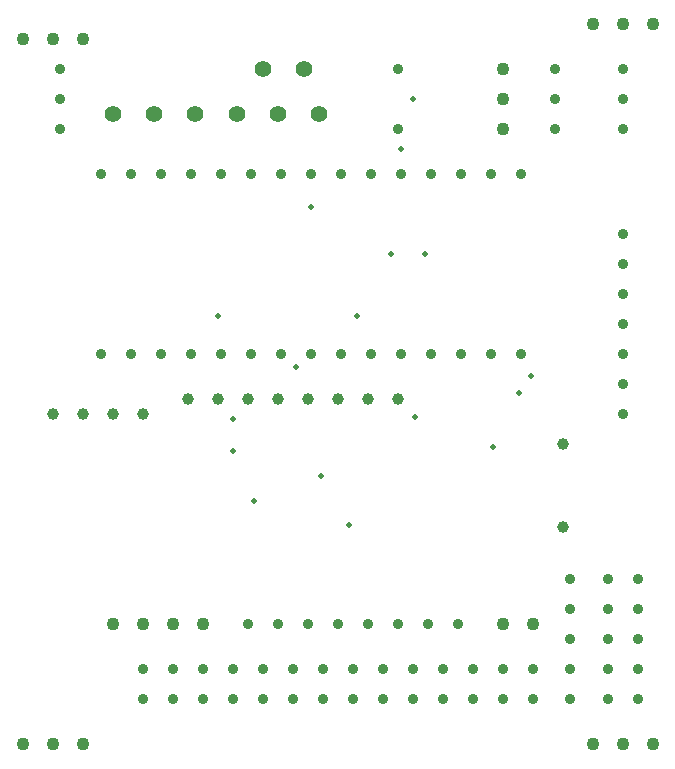
<source format=gbr>
%TF.GenerationSoftware,Novarm,DipTrace,3.3.1.3*%
%TF.CreationDate,2020-02-21T13:35:17+01:00*%
%FSLAX35Y35*%
%MOMM*%
%TF.FileFunction,Plated,1,2,PTH,Drill*%
%TF.Part,Single*%
%TA.AperFunction,ViaDrill*%
%ADD33C,0.48567*%
%TA.AperFunction,ComponentDrill*%
%ADD35C,1.1*%
%ADD36C,0.9*%
%ADD37C,1.0*%
%ADD38C,1.4*%
G75*
G01*
D35*
X5302165Y6446665D3*
Y6700665D3*
Y6954665D3*
X2762165Y2255665D3*
X2508165D3*
X2254165D3*
X2000165D3*
D36*
X3143165D3*
X3397165D3*
X3651165D3*
X3905165D3*
X4159165D3*
X4413165D3*
X4667165D3*
X4921165D3*
X5460855Y6065665D3*
X5206855D3*
X4952855D3*
X4698855D3*
X4444855D3*
X4190855D3*
X3936855D3*
X3682855D3*
X3428855D3*
X3174855D3*
X2920855D3*
X2666855D3*
X2412855D3*
X2158855D3*
X1904855D3*
Y4541665D3*
X2158855D3*
X2412855D3*
X2666855D3*
X2920855D3*
X3174855D3*
X3428855D3*
X3682855D3*
X3936855D3*
X4190855D3*
X4444855D3*
X4698855D3*
X4952855D3*
X5206855D3*
X5460855D3*
D37*
X2254165Y4033665D3*
X2000165Y4033991D3*
X1746165Y4034315D3*
X1492165Y4034641D3*
D36*
X4413165Y6954665D3*
Y6446665D3*
D35*
X6572165Y7335665D3*
X6318165D3*
X6064165D3*
X6572165Y1239665D3*
X6318165D3*
X6064165D3*
X1238165D3*
X1492165D3*
X1746165D3*
X1238165Y7208665D3*
X1492165D3*
X1746165D3*
X5556165Y2255665D3*
X5302165D3*
D36*
X2762165Y1620665D3*
X3016165D3*
X2762165Y1874665D3*
X3016165D3*
X3270165Y1620665D3*
Y1874665D3*
X3524165Y1620665D3*
Y1874665D3*
X3778165Y1620665D3*
Y1874665D3*
X4032165Y1620665D3*
Y1874665D3*
X4286165Y1620665D3*
Y1874665D3*
X4540165Y1620665D3*
Y1874665D3*
X4794165Y1620665D3*
Y1874665D3*
X5048165Y1620665D3*
Y1874665D3*
X5302165Y1620665D3*
Y1874665D3*
X5556165Y1620665D3*
Y1874665D3*
X2508165Y1620665D3*
Y1874665D3*
X2254165Y1620665D3*
Y1874665D3*
X6445165Y2636665D3*
X6191165D3*
X6445165Y2382665D3*
X6191165D3*
X6445165Y2128665D3*
X6191165D3*
X6445165Y1874665D3*
X6191165D3*
X6445165Y1620665D3*
X6191165D3*
X5873665Y2636665D3*
Y2382665D3*
Y2128665D3*
Y1874665D3*
Y1620665D3*
X6318165Y6954665D3*
Y4541665D3*
Y6700665D3*
Y4287665D3*
X5746665Y6954665D3*
Y6700665D3*
X6318165Y6446665D3*
Y4033665D3*
X5746665Y6446665D3*
X6318165Y5557665D3*
X1555665Y6954665D3*
X6318165Y5303665D3*
X1555665Y6700665D3*
X6318165Y4795665D3*
Y5049665D3*
X1555665Y6446665D3*
D38*
X2000165Y6573665D3*
X2350165D3*
X2700165D3*
X3050165D3*
X3400165D3*
X3750165D3*
D37*
X4413165Y4160665D3*
X4159165D3*
X3905168D3*
X3651168D3*
X3397168D3*
X3143168D3*
X2889165D3*
X2635165D3*
X5810165Y3779665D3*
Y3081165D3*
D38*
X3270165Y6954665D3*
X3620165D3*
D33*
X4066355Y4868875D3*
X2896765D3*
X4542665Y6700665D3*
X5442165Y4210465D3*
X3015595Y3722875D3*
Y3989475D3*
X5217155Y3757165D3*
X4005465Y3097995D3*
X3760675Y3506565D3*
X3682855Y5783835D3*
X5542465Y4357545D3*
X3193955Y3298605D3*
X4444855Y6281495D3*
X4646165Y5392765D3*
X4360665D3*
X4557665Y4006965D3*
X3553355Y4429375D3*
M02*

</source>
